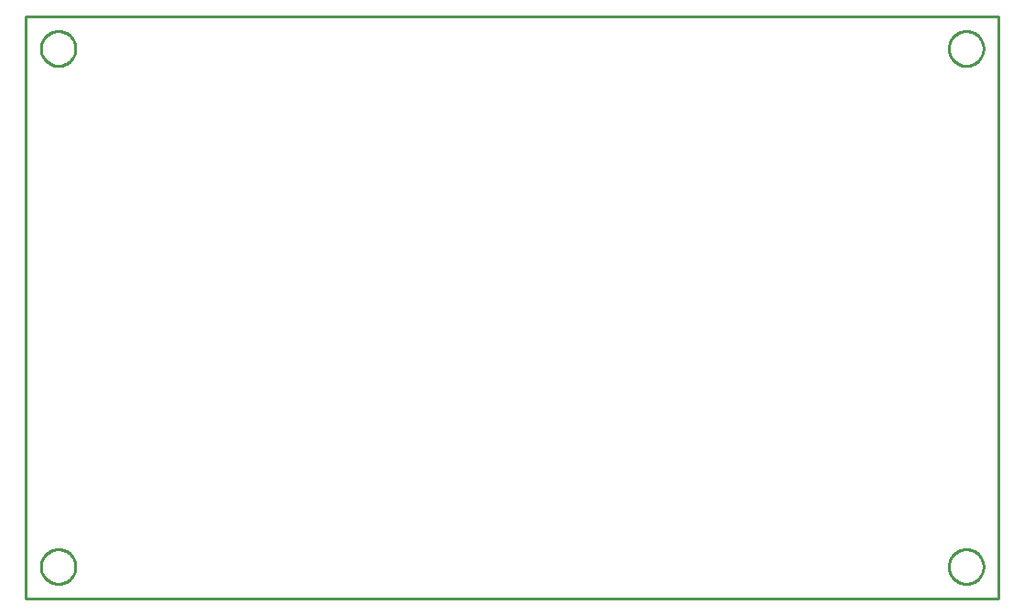
<source format=gbr>
G04 EAGLE Gerber RS-274X export*
G75*
%MOMM*%
%FSLAX34Y34*%
%LPD*%
%IN*%
%IPPOS*%
%AMOC8*
5,1,8,0,0,1.08239X$1,22.5*%
G01*
%ADD10C,0.254000*%


D10*
X0Y0D02*
X900000Y0D01*
X900000Y540000D01*
X0Y540000D01*
X0Y0D01*
X46000Y509476D02*
X45932Y508431D01*
X45795Y507392D01*
X45590Y506365D01*
X45319Y505353D01*
X44983Y504361D01*
X44582Y503393D01*
X44118Y502454D01*
X43595Y501546D01*
X43013Y500675D01*
X42375Y499844D01*
X41684Y499057D01*
X40943Y498316D01*
X40156Y497625D01*
X39325Y496988D01*
X38454Y496406D01*
X37546Y495882D01*
X36607Y495418D01*
X35639Y495017D01*
X34647Y494681D01*
X33635Y494410D01*
X32608Y494205D01*
X31569Y494069D01*
X30524Y494000D01*
X29476Y494000D01*
X28431Y494069D01*
X27392Y494205D01*
X26365Y494410D01*
X25353Y494681D01*
X24361Y495017D01*
X23393Y495418D01*
X22454Y495882D01*
X21546Y496406D01*
X20675Y496988D01*
X19844Y497625D01*
X19057Y498316D01*
X18316Y499057D01*
X17625Y499844D01*
X16988Y500675D01*
X16406Y501546D01*
X15882Y502454D01*
X15418Y503393D01*
X15017Y504361D01*
X14681Y505353D01*
X14410Y506365D01*
X14205Y507392D01*
X14069Y508431D01*
X14000Y509476D01*
X14000Y510524D01*
X14069Y511569D01*
X14205Y512608D01*
X14410Y513635D01*
X14681Y514647D01*
X15017Y515639D01*
X15418Y516607D01*
X15882Y517546D01*
X16406Y518454D01*
X16988Y519325D01*
X17625Y520156D01*
X18316Y520943D01*
X19057Y521684D01*
X19844Y522375D01*
X20675Y523013D01*
X21546Y523595D01*
X22454Y524118D01*
X23393Y524582D01*
X24361Y524983D01*
X25353Y525319D01*
X26365Y525590D01*
X27392Y525795D01*
X28431Y525932D01*
X29476Y526000D01*
X30524Y526000D01*
X31569Y525932D01*
X32608Y525795D01*
X33635Y525590D01*
X34647Y525319D01*
X35639Y524983D01*
X36607Y524582D01*
X37546Y524118D01*
X38454Y523595D01*
X39325Y523013D01*
X40156Y522375D01*
X40943Y521684D01*
X41684Y520943D01*
X42375Y520156D01*
X43013Y519325D01*
X43595Y518454D01*
X44118Y517546D01*
X44582Y516607D01*
X44983Y515639D01*
X45319Y514647D01*
X45590Y513635D01*
X45795Y512608D01*
X45932Y511569D01*
X46000Y510524D01*
X46000Y509476D01*
X46000Y29476D02*
X45932Y28431D01*
X45795Y27392D01*
X45590Y26365D01*
X45319Y25353D01*
X44983Y24361D01*
X44582Y23393D01*
X44118Y22454D01*
X43595Y21546D01*
X43013Y20675D01*
X42375Y19844D01*
X41684Y19057D01*
X40943Y18316D01*
X40156Y17625D01*
X39325Y16988D01*
X38454Y16406D01*
X37546Y15882D01*
X36607Y15418D01*
X35639Y15017D01*
X34647Y14681D01*
X33635Y14410D01*
X32608Y14205D01*
X31569Y14069D01*
X30524Y14000D01*
X29476Y14000D01*
X28431Y14069D01*
X27392Y14205D01*
X26365Y14410D01*
X25353Y14681D01*
X24361Y15017D01*
X23393Y15418D01*
X22454Y15882D01*
X21546Y16406D01*
X20675Y16988D01*
X19844Y17625D01*
X19057Y18316D01*
X18316Y19057D01*
X17625Y19844D01*
X16988Y20675D01*
X16406Y21546D01*
X15882Y22454D01*
X15418Y23393D01*
X15017Y24361D01*
X14681Y25353D01*
X14410Y26365D01*
X14205Y27392D01*
X14069Y28431D01*
X14000Y29476D01*
X14000Y30524D01*
X14069Y31569D01*
X14205Y32608D01*
X14410Y33635D01*
X14681Y34647D01*
X15017Y35639D01*
X15418Y36607D01*
X15882Y37546D01*
X16406Y38454D01*
X16988Y39325D01*
X17625Y40156D01*
X18316Y40943D01*
X19057Y41684D01*
X19844Y42375D01*
X20675Y43013D01*
X21546Y43595D01*
X22454Y44118D01*
X23393Y44582D01*
X24361Y44983D01*
X25353Y45319D01*
X26365Y45590D01*
X27392Y45795D01*
X28431Y45932D01*
X29476Y46000D01*
X30524Y46000D01*
X31569Y45932D01*
X32608Y45795D01*
X33635Y45590D01*
X34647Y45319D01*
X35639Y44983D01*
X36607Y44582D01*
X37546Y44118D01*
X38454Y43595D01*
X39325Y43013D01*
X40156Y42375D01*
X40943Y41684D01*
X41684Y40943D01*
X42375Y40156D01*
X43013Y39325D01*
X43595Y38454D01*
X44118Y37546D01*
X44582Y36607D01*
X44983Y35639D01*
X45319Y34647D01*
X45590Y33635D01*
X45795Y32608D01*
X45932Y31569D01*
X46000Y30524D01*
X46000Y29476D01*
X886000Y509476D02*
X885932Y508431D01*
X885795Y507392D01*
X885590Y506365D01*
X885319Y505353D01*
X884983Y504361D01*
X884582Y503393D01*
X884118Y502454D01*
X883595Y501546D01*
X883013Y500675D01*
X882375Y499844D01*
X881684Y499057D01*
X880943Y498316D01*
X880156Y497625D01*
X879325Y496988D01*
X878454Y496406D01*
X877546Y495882D01*
X876607Y495418D01*
X875639Y495017D01*
X874647Y494681D01*
X873635Y494410D01*
X872608Y494205D01*
X871569Y494069D01*
X870524Y494000D01*
X869476Y494000D01*
X868431Y494069D01*
X867392Y494205D01*
X866365Y494410D01*
X865353Y494681D01*
X864361Y495017D01*
X863393Y495418D01*
X862454Y495882D01*
X861546Y496406D01*
X860675Y496988D01*
X859844Y497625D01*
X859057Y498316D01*
X858316Y499057D01*
X857625Y499844D01*
X856988Y500675D01*
X856406Y501546D01*
X855882Y502454D01*
X855418Y503393D01*
X855017Y504361D01*
X854681Y505353D01*
X854410Y506365D01*
X854205Y507392D01*
X854069Y508431D01*
X854000Y509476D01*
X854000Y510524D01*
X854069Y511569D01*
X854205Y512608D01*
X854410Y513635D01*
X854681Y514647D01*
X855017Y515639D01*
X855418Y516607D01*
X855882Y517546D01*
X856406Y518454D01*
X856988Y519325D01*
X857625Y520156D01*
X858316Y520943D01*
X859057Y521684D01*
X859844Y522375D01*
X860675Y523013D01*
X861546Y523595D01*
X862454Y524118D01*
X863393Y524582D01*
X864361Y524983D01*
X865353Y525319D01*
X866365Y525590D01*
X867392Y525795D01*
X868431Y525932D01*
X869476Y526000D01*
X870524Y526000D01*
X871569Y525932D01*
X872608Y525795D01*
X873635Y525590D01*
X874647Y525319D01*
X875639Y524983D01*
X876607Y524582D01*
X877546Y524118D01*
X878454Y523595D01*
X879325Y523013D01*
X880156Y522375D01*
X880943Y521684D01*
X881684Y520943D01*
X882375Y520156D01*
X883013Y519325D01*
X883595Y518454D01*
X884118Y517546D01*
X884582Y516607D01*
X884983Y515639D01*
X885319Y514647D01*
X885590Y513635D01*
X885795Y512608D01*
X885932Y511569D01*
X886000Y510524D01*
X886000Y509476D01*
X886000Y29476D02*
X885932Y28431D01*
X885795Y27392D01*
X885590Y26365D01*
X885319Y25353D01*
X884983Y24361D01*
X884582Y23393D01*
X884118Y22454D01*
X883595Y21546D01*
X883013Y20675D01*
X882375Y19844D01*
X881684Y19057D01*
X880943Y18316D01*
X880156Y17625D01*
X879325Y16988D01*
X878454Y16406D01*
X877546Y15882D01*
X876607Y15418D01*
X875639Y15017D01*
X874647Y14681D01*
X873635Y14410D01*
X872608Y14205D01*
X871569Y14069D01*
X870524Y14000D01*
X869476Y14000D01*
X868431Y14069D01*
X867392Y14205D01*
X866365Y14410D01*
X865353Y14681D01*
X864361Y15017D01*
X863393Y15418D01*
X862454Y15882D01*
X861546Y16406D01*
X860675Y16988D01*
X859844Y17625D01*
X859057Y18316D01*
X858316Y19057D01*
X857625Y19844D01*
X856988Y20675D01*
X856406Y21546D01*
X855882Y22454D01*
X855418Y23393D01*
X855017Y24361D01*
X854681Y25353D01*
X854410Y26365D01*
X854205Y27392D01*
X854069Y28431D01*
X854000Y29476D01*
X854000Y30524D01*
X854069Y31569D01*
X854205Y32608D01*
X854410Y33635D01*
X854681Y34647D01*
X855017Y35639D01*
X855418Y36607D01*
X855882Y37546D01*
X856406Y38454D01*
X856988Y39325D01*
X857625Y40156D01*
X858316Y40943D01*
X859057Y41684D01*
X859844Y42375D01*
X860675Y43013D01*
X861546Y43595D01*
X862454Y44118D01*
X863393Y44582D01*
X864361Y44983D01*
X865353Y45319D01*
X866365Y45590D01*
X867392Y45795D01*
X868431Y45932D01*
X869476Y46000D01*
X870524Y46000D01*
X871569Y45932D01*
X872608Y45795D01*
X873635Y45590D01*
X874647Y45319D01*
X875639Y44983D01*
X876607Y44582D01*
X877546Y44118D01*
X878454Y43595D01*
X879325Y43013D01*
X880156Y42375D01*
X880943Y41684D01*
X881684Y40943D01*
X882375Y40156D01*
X883013Y39325D01*
X883595Y38454D01*
X884118Y37546D01*
X884582Y36607D01*
X884983Y35639D01*
X885319Y34647D01*
X885590Y33635D01*
X885795Y32608D01*
X885932Y31569D01*
X886000Y30524D01*
X886000Y29476D01*
M02*

</source>
